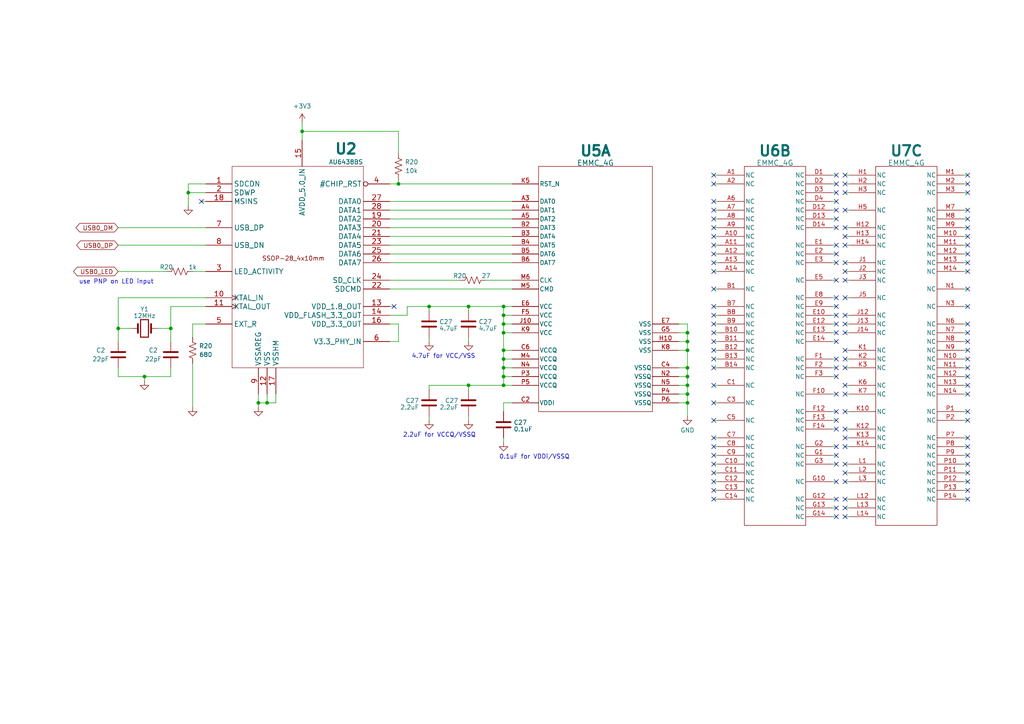
<source format=kicad_sch>
(kicad_sch (version 20230121) (generator eeschema)
  (paper "A4")
  (junction (at 199.39 111.76))
  (junction (at 41.91 109.22))
  (junction (at 146.05 101.6))
  (junction (at 49.53 95.25))
  (junction (at 146.05 96.52))
  (junction (at 87.63 38.1))
  (junction (at 115.57 53.34))
  (junction (at 199.39 116.84))
  (junction (at 199.39 106.68))
  (junction (at 74.93 116.84))
  (junction (at 146.05 88.9))
  (junction (at 135.89 111.76))
  (junction (at 199.39 96.52))
  (junction (at 77.47 116.84))
  (junction (at 135.89 88.9))
  (junction (at 146.05 111.76))
  (junction (at 54.61 55.88))
  (junction (at 146.05 109.22))
  (junction (at 199.39 114.3))
  (junction (at 199.39 109.22))
  (junction (at 34.29 95.25))
  (junction (at 124.46 88.9))
  (junction (at 199.39 99.06))
  (junction (at 146.05 104.14))
  (junction (at 199.39 101.6))
  (junction (at 146.05 93.98))
  (junction (at 146.05 106.68))
  (junction (at 146.05 91.44))
  (no_connect (at 280.67 55.88))
  (no_connect (at 242.57 121.92))
  (no_connect (at 242.57 124.46))
  (no_connect (at 242.57 139.7))
  (no_connect (at 280.67 114.3))
  (no_connect (at 114.3 88.9))
  (no_connect (at 280.67 78.74))
  (no_connect (at 245.11 76.2))
  (no_connect (at 207.01 99.06))
  (no_connect (at 242.57 50.8))
  (no_connect (at 280.67 109.22))
  (no_connect (at 207.01 96.52))
  (no_connect (at 242.57 93.98))
  (no_connect (at 280.67 106.68))
  (no_connect (at 242.57 91.44))
  (no_connect (at 280.67 139.7))
  (no_connect (at 245.11 106.68))
  (no_connect (at 245.11 66.04))
  (no_connect (at 245.11 149.86))
  (no_connect (at 280.67 63.5))
  (no_connect (at 242.57 81.28))
  (no_connect (at 207.01 83.82))
  (no_connect (at 242.57 63.5))
  (no_connect (at 242.57 132.08))
  (no_connect (at 280.67 101.6))
  (no_connect (at 280.67 76.2))
  (no_connect (at 280.67 88.9))
  (no_connect (at 280.67 53.34))
  (no_connect (at 207.01 132.08))
  (no_connect (at 242.57 60.96))
  (no_connect (at 242.57 109.22))
  (no_connect (at 280.67 71.12))
  (no_connect (at 207.01 50.8))
  (no_connect (at 245.11 53.34))
  (no_connect (at 207.01 78.74))
  (no_connect (at 280.67 66.04))
  (no_connect (at 207.01 73.66))
  (no_connect (at 242.57 106.68))
  (no_connect (at 280.67 132.08))
  (no_connect (at 245.11 134.62))
  (no_connect (at 242.57 71.12))
  (no_connect (at 207.01 71.12))
  (no_connect (at 280.67 144.78))
  (no_connect (at 242.57 53.34))
  (no_connect (at 207.01 144.78))
  (no_connect (at 207.01 111.76))
  (no_connect (at 245.11 127))
  (no_connect (at 207.01 53.34))
  (no_connect (at 207.01 76.2))
  (no_connect (at 245.11 55.88))
  (no_connect (at 242.57 66.04))
  (no_connect (at 207.01 93.98))
  (no_connect (at 280.67 127))
  (no_connect (at 207.01 127))
  (no_connect (at 280.67 121.92))
  (no_connect (at 245.11 124.46))
  (no_connect (at 280.67 68.58))
  (no_connect (at 242.57 134.62))
  (no_connect (at 245.11 114.3))
  (no_connect (at 242.57 119.38))
  (no_connect (at 280.67 129.54))
  (no_connect (at 207.01 91.44))
  (no_connect (at 207.01 88.9))
  (no_connect (at 242.57 147.32))
  (no_connect (at 245.11 60.96))
  (no_connect (at 245.11 119.38))
  (no_connect (at 245.11 96.52))
  (no_connect (at 280.67 99.06))
  (no_connect (at 245.11 147.32))
  (no_connect (at 245.11 50.8))
  (no_connect (at 242.57 104.14))
  (no_connect (at 245.11 137.16))
  (no_connect (at 245.11 129.54))
  (no_connect (at 280.67 83.82))
  (no_connect (at 207.01 60.96))
  (no_connect (at 280.67 119.38))
  (no_connect (at 242.57 86.36))
  (no_connect (at 280.67 60.96))
  (no_connect (at 207.01 104.14))
  (no_connect (at 280.67 137.16))
  (no_connect (at 207.01 142.24))
  (no_connect (at 245.11 91.44))
  (no_connect (at 207.01 58.42))
  (no_connect (at 280.67 93.98))
  (no_connect (at 245.11 71.12))
  (no_connect (at 242.57 73.66))
  (no_connect (at 207.01 101.6))
  (no_connect (at 242.57 58.42))
  (no_connect (at 242.57 99.06))
  (no_connect (at 207.01 66.04))
  (no_connect (at 245.11 93.98))
  (no_connect (at 207.01 139.7))
  (no_connect (at 207.01 137.16))
  (no_connect (at 245.11 68.58))
  (no_connect (at 207.01 63.5))
  (no_connect (at 207.01 129.54))
  (no_connect (at 245.11 101.6))
  (no_connect (at 245.11 86.36))
  (no_connect (at 245.11 81.28))
  (no_connect (at 245.11 104.14))
  (no_connect (at 207.01 134.62))
  (no_connect (at 207.01 68.58))
  (no_connect (at 242.57 114.3))
  (no_connect (at 242.57 76.2))
  (no_connect (at 207.01 106.68))
  (no_connect (at 280.67 134.62))
  (no_connect (at 245.11 139.7))
  (no_connect (at 242.57 55.88))
  (no_connect (at 280.67 73.66))
  (no_connect (at 242.57 96.52))
  (no_connect (at 245.11 111.76))
  (no_connect (at 280.67 111.76))
  (no_connect (at 245.11 144.78))
  (no_connect (at 242.57 149.86))
  (no_connect (at 280.67 104.14))
  (no_connect (at 242.57 129.54))
  (no_connect (at 242.57 88.9))
  (no_connect (at 280.67 96.52))
  (no_connect (at 207.01 121.92))
  (no_connect (at 58.42 58.42))
  (no_connect (at 245.11 78.74))
  (no_connect (at 280.67 142.24))
  (no_connect (at 207.01 116.84))
  (no_connect (at 242.57 144.78))
  (no_connect (at 280.67 50.8))
  (wire (pts (xy 113.03 93.98) (xy 115.57 93.98)))
  (wire (pts (xy 246.38 86.36) (xy 245.11 86.36)))
  (wire (pts (xy 34.29 109.22) (xy 34.29 106.68)))
  (wire (pts (xy 241.3 71.12) (xy 242.57 71.12)))
  (wire (pts (xy 199.39 109.22) (xy 199.39 111.76)))
  (wire (pts (xy 241.3 76.2) (xy 242.57 76.2)))
  (wire (pts (xy 113.03 53.34) (xy 115.57 53.34)))
  (wire (pts (xy 124.46 88.9) (xy 124.46 90.17)))
  (wire (pts (xy 146.05 116.84) (xy 146.05 119.38)))
  (wire (pts (xy 208.28 142.24) (xy 207.01 142.24)))
  (wire (pts (xy 113.03 63.5) (xy 148.59 63.5)))
  (wire (pts (xy 146.05 101.6) (xy 148.59 101.6)))
  (wire (pts (xy 146.05 93.98) (xy 146.05 91.44)))
  (wire (pts (xy 199.39 93.98) (xy 199.39 96.52)))
  (wire (pts (xy 196.85 96.52) (xy 199.39 96.52)))
  (wire (pts (xy 279.4 104.14) (xy 280.67 104.14)))
  (wire (pts (xy 135.89 111.76) (xy 135.89 113.03)))
  (wire (pts (xy 246.38 104.14) (xy 245.11 104.14)))
  (wire (pts (xy 196.85 111.76) (xy 199.39 111.76)))
  (wire (pts (xy 80.01 116.84) (xy 77.47 116.84)))
  (wire (pts (xy 59.69 71.12) (xy 34.29 71.12)))
  (wire (pts (xy 241.3 119.38) (xy 242.57 119.38)))
  (wire (pts (xy 246.38 127) (xy 245.11 127)))
  (wire (pts (xy 146.05 91.44) (xy 148.59 91.44)))
  (wire (pts (xy 241.3 96.52) (xy 242.57 96.52)))
  (wire (pts (xy 246.38 60.96) (xy 245.11 60.96)))
  (wire (pts (xy 196.85 116.84) (xy 199.39 116.84)))
  (wire (pts (xy 246.38 106.68) (xy 245.11 106.68)))
  (wire (pts (xy 208.28 58.42) (xy 207.01 58.42)))
  (wire (pts (xy 208.28 101.6) (xy 207.01 101.6)))
  (wire (pts (xy 241.3 144.78) (xy 242.57 144.78)))
  (wire (pts (xy 196.85 93.98) (xy 199.39 93.98)))
  (wire (pts (xy 246.38 91.44) (xy 245.11 91.44)))
  (wire (pts (xy 208.28 88.9) (xy 207.01 88.9)))
  (wire (pts (xy 115.57 99.06) (xy 113.03 99.06)))
  (wire (pts (xy 279.4 55.88) (xy 280.67 55.88)))
  (wire (pts (xy 279.4 53.34) (xy 280.67 53.34)))
  (wire (pts (xy 246.38 76.2) (xy 245.11 76.2)))
  (wire (pts (xy 59.69 93.98) (xy 55.88 93.98)))
  (wire (pts (xy 241.3 121.92) (xy 242.57 121.92)))
  (wire (pts (xy 41.91 110.49) (xy 41.91 109.22)))
  (wire (pts (xy 115.57 44.45) (xy 115.57 38.1)))
  (wire (pts (xy 54.61 53.34) (xy 54.61 55.88)))
  (wire (pts (xy 113.03 66.04) (xy 148.59 66.04)))
  (wire (pts (xy 199.39 116.84) (xy 199.39 120.65)))
  (wire (pts (xy 208.28 83.82) (xy 207.01 83.82)))
  (wire (pts (xy 246.38 144.78) (xy 245.11 144.78)))
  (wire (pts (xy 146.05 101.6) (xy 146.05 96.52)))
  (wire (pts (xy 241.3 58.42) (xy 242.57 58.42)))
  (wire (pts (xy 208.28 104.14) (xy 207.01 104.14)))
  (wire (pts (xy 113.03 88.9) (xy 114.3 88.9)))
  (wire (pts (xy 208.28 127) (xy 207.01 127)))
  (wire (pts (xy 59.69 53.34) (xy 54.61 53.34)))
  (wire (pts (xy 241.3 104.14) (xy 242.57 104.14)))
  (wire (pts (xy 146.05 88.9) (xy 148.59 88.9)))
  (wire (pts (xy 208.28 76.2) (xy 207.01 76.2)))
  (wire (pts (xy 279.4 137.16) (xy 280.67 137.16)))
  (wire (pts (xy 146.05 104.14) (xy 146.05 101.6)))
  (wire (pts (xy 49.53 88.9) (xy 59.69 88.9)))
  (wire (pts (xy 34.29 78.74) (xy 48.26 78.74)))
  (wire (pts (xy 246.38 111.76) (xy 245.11 111.76)))
  (wire (pts (xy 41.91 109.22) (xy 49.53 109.22)))
  (wire (pts (xy 208.28 63.5) (xy 207.01 63.5)))
  (wire (pts (xy 135.89 99.06) (xy 135.89 97.79)))
  (wire (pts (xy 74.93 114.3) (xy 74.93 116.84)))
  (wire (pts (xy 115.57 53.34) (xy 148.59 53.34)))
  (wire (pts (xy 199.39 106.68) (xy 199.39 109.22)))
  (wire (pts (xy 279.4 68.58) (xy 280.67 68.58)))
  (wire (pts (xy 241.3 124.46) (xy 242.57 124.46)))
  (wire (pts (xy 55.88 93.98) (xy 55.88 97.79)))
  (wire (pts (xy 279.4 96.52) (xy 280.67 96.52)))
  (wire (pts (xy 241.3 53.34) (xy 242.57 53.34)))
  (wire (pts (xy 199.39 114.3) (xy 199.39 116.84)))
  (wire (pts (xy 124.46 99.06) (xy 124.46 97.79)))
  (wire (pts (xy 246.38 66.04) (xy 245.11 66.04)))
  (wire (pts (xy 199.39 111.76) (xy 199.39 114.3)))
  (wire (pts (xy 148.59 116.84) (xy 146.05 116.84)))
  (wire (pts (xy 113.03 73.66) (xy 148.59 73.66)))
  (wire (pts (xy 54.61 55.88) (xy 54.61 59.69)))
  (wire (pts (xy 59.69 55.88) (xy 54.61 55.88)))
  (wire (pts (xy 148.59 111.76) (xy 146.05 111.76)))
  (wire (pts (xy 246.38 96.52) (xy 245.11 96.52)))
  (wire (pts (xy 208.28 50.8) (xy 207.01 50.8)))
  (wire (pts (xy 140.97 81.28) (xy 148.59 81.28)))
  (wire (pts (xy 208.28 121.92) (xy 207.01 121.92)))
  (wire (pts (xy 279.4 93.98) (xy 280.67 93.98)))
  (wire (pts (xy 196.85 101.6) (xy 199.39 101.6)))
  (wire (pts (xy 241.3 109.22) (xy 242.57 109.22)))
  (wire (pts (xy 241.3 88.9) (xy 242.57 88.9)))
  (wire (pts (xy 241.3 50.8) (xy 242.57 50.8)))
  (wire (pts (xy 246.38 71.12) (xy 245.11 71.12)))
  (wire (pts (xy 135.89 111.76) (xy 124.46 111.76)))
  (wire (pts (xy 146.05 106.68) (xy 146.05 104.14)))
  (wire (pts (xy 246.38 134.62) (xy 245.11 134.62)))
  (wire (pts (xy 146.05 91.44) (xy 146.05 88.9)))
  (wire (pts (xy 241.3 134.62) (xy 242.57 134.62)))
  (wire (pts (xy 77.47 116.84) (xy 74.93 116.84)))
  (wire (pts (xy 246.38 124.46) (xy 245.11 124.46)))
  (wire (pts (xy 246.38 93.98) (xy 245.11 93.98)))
  (wire (pts (xy 146.05 96.52) (xy 146.05 93.98)))
  (wire (pts (xy 279.4 78.74) (xy 280.67 78.74)))
  (wire (pts (xy 246.38 50.8) (xy 245.11 50.8)))
  (wire (pts (xy 55.88 78.74) (xy 59.69 78.74)))
  (wire (pts (xy 246.38 53.34) (xy 245.11 53.34)))
  (wire (pts (xy 208.28 99.06) (xy 207.01 99.06)))
  (wire (pts (xy 34.29 86.36) (xy 59.69 86.36)))
  (wire (pts (xy 146.05 96.52) (xy 148.59 96.52)))
  (wire (pts (xy 49.53 106.68) (xy 49.53 109.22)))
  (wire (pts (xy 241.3 55.88) (xy 242.57 55.88)))
  (wire (pts (xy 208.28 93.98) (xy 207.01 93.98)))
  (wire (pts (xy 113.03 76.2) (xy 148.59 76.2)))
  (wire (pts (xy 146.05 93.98) (xy 148.59 93.98)))
  (wire (pts (xy 279.4 129.54) (xy 280.67 129.54)))
  (wire (pts (xy 113.03 68.58) (xy 148.59 68.58)))
  (wire (pts (xy 135.89 88.9) (xy 146.05 88.9)))
  (wire (pts (xy 146.05 111.76) (xy 146.05 109.22)))
  (wire (pts (xy 113.03 71.12) (xy 148.59 71.12)))
  (wire (pts (xy 196.85 109.22) (xy 199.39 109.22)))
  (wire (pts (xy 279.4 99.06) (xy 280.67 99.06)))
  (wire (pts (xy 115.57 52.07) (xy 115.57 53.34)))
  (wire (pts (xy 241.3 73.66) (xy 242.57 73.66)))
  (wire (pts (xy 279.4 111.76) (xy 280.67 111.76)))
  (wire (pts (xy 279.4 73.66) (xy 280.67 73.66)))
  (wire (pts (xy 199.39 96.52) (xy 199.39 99.06)))
  (wire (pts (xy 279.4 50.8) (xy 280.67 50.8)))
  (wire (pts (xy 208.28 144.78) (xy 207.01 144.78)))
  (wire (pts (xy 241.3 106.68) (xy 242.57 106.68)))
  (wire (pts (xy 241.3 132.08) (xy 242.57 132.08)))
  (wire (pts (xy 279.4 132.08) (xy 280.67 132.08)))
  (wire (pts (xy 115.57 38.1) (xy 87.63 38.1)))
  (wire (pts (xy 74.93 116.84) (xy 74.93 118.11)))
  (wire (pts (xy 241.3 114.3) (xy 242.57 114.3)))
  (wire (pts (xy 241.3 149.86) (xy 242.57 149.86)))
  (wire (pts (xy 208.28 91.44) (xy 207.01 91.44)))
  (wire (pts (xy 279.4 83.82) (xy 280.67 83.82)))
  (wire (pts (xy 279.4 76.2) (xy 280.67 76.2)))
  (wire (pts (xy 279.4 119.38) (xy 280.67 119.38)))
  (wire (pts (xy 246.38 78.74) (xy 245.11 78.74)))
  (wire (pts (xy 208.28 78.74) (xy 207.01 78.74)))
  (wire (pts (xy 246.38 137.16) (xy 245.11 137.16)))
  (wire (pts (xy 118.11 88.9) (xy 124.46 88.9)))
  (wire (pts (xy 279.4 106.68) (xy 280.67 106.68)))
  (wire (pts (xy 279.4 114.3) (xy 280.67 114.3)))
  (wire (pts (xy 279.4 142.24) (xy 280.67 142.24)))
  (wire (pts (xy 113.03 58.42) (xy 148.59 58.42)))
  (wire (pts (xy 208.28 139.7) (xy 207.01 139.7)))
  (wire (pts (xy 124.46 88.9) (xy 135.89 88.9)))
  (wire (pts (xy 279.4 139.7) (xy 280.67 139.7)))
  (wire (pts (xy 241.3 66.04) (xy 242.57 66.04)))
  (wire (pts (xy 241.3 86.36) (xy 242.57 86.36)))
  (wire (pts (xy 208.28 66.04) (xy 207.01 66.04)))
  (wire (pts (xy 49.53 95.25) (xy 49.53 99.06)))
  (wire (pts (xy 115.57 93.98) (xy 115.57 99.06)))
  (wire (pts (xy 208.28 60.96) (xy 207.01 60.96)))
  (wire (pts (xy 124.46 111.76) (xy 124.46 113.03)))
  (wire (pts (xy 241.3 63.5) (xy 242.57 63.5)))
  (wire (pts (xy 146.05 106.68) (xy 148.59 106.68)))
  (wire (pts (xy 34.29 86.36) (xy 34.29 95.25)))
  (wire (pts (xy 113.03 81.28) (xy 133.35 81.28)))
  (wire (pts (xy 113.03 91.44) (xy 118.11 91.44)))
  (wire (pts (xy 246.38 55.88) (xy 245.11 55.88)))
  (wire (pts (xy 199.39 99.06) (xy 199.39 101.6)))
  (wire (pts (xy 208.28 96.52) (xy 207.01 96.52)))
  (wire (pts (xy 146.05 109.22) (xy 146.05 106.68)))
  (wire (pts (xy 208.28 53.34) (xy 207.01 53.34)))
  (wire (pts (xy 135.89 88.9) (xy 135.89 90.17)))
  (wire (pts (xy 279.4 60.96) (xy 280.67 60.96)))
  (wire (pts (xy 208.28 106.68) (xy 207.01 106.68)))
  (wire (pts (xy 241.3 93.98) (xy 242.57 93.98)))
  (wire (pts (xy 241.3 60.96) (xy 242.57 60.96)))
  (wire (pts (xy 279.4 101.6) (xy 280.67 101.6)))
  (wire (pts (xy 279.4 144.78) (xy 280.67 144.78)))
  (wire (pts (xy 241.3 99.06) (xy 242.57 99.06)))
  (wire (pts (xy 246.38 81.28) (xy 245.11 81.28)))
  (wire (pts (xy 77.47 114.3) (xy 77.47 116.84)))
  (wire (pts (xy 279.4 134.62) (xy 280.67 134.62)))
  (wire (pts (xy 208.28 129.54) (xy 207.01 129.54)))
  (wire (pts (xy 246.38 149.86) (xy 245.11 149.86)))
  (wire (pts (xy 55.88 105.41) (xy 55.88 118.11)))
  (wire (pts (xy 208.28 68.58) (xy 207.01 68.58)))
  (wire (pts (xy 241.3 81.28) (xy 242.57 81.28)))
  (wire (pts (xy 279.4 71.12) (xy 280.67 71.12)))
  (wire (pts (xy 49.53 88.9) (xy 49.53 95.25)))
  (wire (pts (xy 196.85 106.68) (xy 199.39 106.68)))
  (wire (pts (xy 279.4 88.9) (xy 280.67 88.9)))
  (wire (pts (xy 87.63 35.56) (xy 87.63 38.1)))
  (wire (pts (xy 279.4 109.22) (xy 280.67 109.22)))
  (wire (pts (xy 279.4 121.92) (xy 280.67 121.92)))
  (wire (pts (xy 80.01 114.3) (xy 80.01 116.84)))
  (wire (pts (xy 146.05 128.27) (xy 146.05 127)))
  (wire (pts (xy 41.91 109.22) (xy 34.29 109.22)))
  (wire (pts (xy 196.85 99.06) (xy 199.39 99.06)))
  (wire (pts (xy 34.29 95.25) (xy 38.1 95.25)))
  (wire (pts (xy 246.38 114.3) (xy 245.11 114.3)))
  (wire (pts (xy 246.38 139.7) (xy 245.11 139.7)))
  (wire (pts (xy 59.69 66.04) (xy 34.29 66.04)))
  (wire (pts (xy 241.3 139.7) (xy 242.57 139.7)))
  (wire (pts (xy 279.4 63.5) (xy 280.67 63.5)))
  (wire (pts (xy 208.28 134.62) (xy 207.01 134.62)))
  (wire (pts (xy 113.03 60.96) (xy 148.59 60.96)))
  (wire (pts (xy 246.38 68.58) (xy 245.11 68.58)))
  (wire (pts (xy 146.05 111.76) (xy 135.89 111.76)))
  (wire (pts (xy 124.46 121.92) (xy 124.46 120.65)))
  (wire (pts (xy 279.4 66.04) (xy 280.67 66.04)))
  (wire (pts (xy 135.89 121.92) (xy 135.89 120.65)))
  (wire (pts (xy 208.28 73.66) (xy 207.01 73.66)))
  (wire (pts (xy 196.85 114.3) (xy 199.39 114.3)))
  (wire (pts (xy 59.69 58.42) (xy 58.42 58.42)))
  (wire (pts (xy 246.38 119.38) (xy 245.11 119.38)))
  (wire (pts (xy 208.28 71.12) (xy 207.01 71.12)))
  (wire (pts (xy 34.29 95.25) (xy 34.29 99.06)))
  (wire (pts (xy 113.03 83.82) (xy 148.59 83.82)))
  (wire (pts (xy 118.11 91.44) (xy 118.11 88.9)))
  (wire (pts (xy 241.3 129.54) (xy 242.57 129.54)))
  (wire (pts (xy 45.72 95.25) (xy 49.53 95.25)))
  (wire (pts (xy 246.38 101.6) (xy 245.11 101.6)))
  (wire (pts (xy 208.28 132.08) (xy 207.01 132.08)))
  (wire (pts (xy 246.38 147.32) (xy 245.11 147.32)))
  (wire (pts (xy 208.28 116.84) (xy 207.01 116.84)))
  (wire (pts (xy 246.38 129.54) (xy 245.11 129.54)))
  (wire (pts (xy 241.3 147.32) (xy 242.57 147.32)))
  (wire (pts (xy 279.4 127) (xy 280.67 127)))
  (wire (pts (xy 87.63 38.1) (xy 87.63 40.64)))
  (wire (pts (xy 146.05 109.22) (xy 148.59 109.22)))
  (wire (pts (xy 208.28 137.16) (xy 207.01 137.16)))
  (wire (pts (xy 199.39 101.6) (xy 199.39 106.68)))
  (wire (pts (xy 241.3 91.44) (xy 242.57 91.44)))
  (wire (pts (xy 208.28 111.76) (xy 207.01 111.76)))
  (wire (pts (xy 146.05 104.14) (xy 148.59 104.14)))
  (text "4.7uF for VCC/VSS" (at 119.38 104.14 0) (effects (font (size 1.27 1.27)) (justify left bottom)))
  (text "0.1uF for VDDi/VSSQ" (at 144.78 133.35 0) (effects (font (size 1.27 1.27)) (justify left bottom)))
  (text "use PNP on LED input" (at 22.86 82.55 0) (effects (font (size 1.27 1.27)) (justify left bottom)))
  (text "2.2uF for VCCQ/VSSQ" (at 116.84 127 0) (effects (font (size 1.27 1.27)) (justify left bottom)))
  (global_label "USB0_LED" (shape bidirectional) (at 34.29 78.74 180) (property "Intersheetrefs" "${INTERSHEET_REFS}" (at 20.8387 78.74 0) (effects (justify right))))
  (global_label "USB0_DP" (shape bidirectional) (at 34.29 71.12 180) (property "Intersheetrefs" "${INTERSHEET_REFS}" (at 21.7458 71.12 0) (effects (justify right))))
  (global_label "USB0_DM" (shape bidirectional) (at 34.29 66.04 180) (property "Intersheetrefs" "${INTERSHEET_REFS}" (at 21.5644 66.04 0) (effects (justify right))))
  (symbol (lib_id "power:GND") (at 124.46 99.06 0) (unit 1)
    (property "Reference" "#PWR044" (effects hide))
    (property "Value" "GND" (effects hide))
    (instances (project "html_accelerator" (path "" (reference "#PWR044") (unit 1)) (path "" (reference "#PWR068") (unit 1)) (path "" (reference "#PWR082") (unit 1)) (path "" (reference "#PWR093") (unit 1)) (path "" (reference "#PWR0104") (unit 1))))
  )
  (symbol (lib_id "power:GND") (at 54.61 59.69 0) (unit 1)
    (property "Reference" "#PWR012" (effects hide))
    (property "Value" "GND" (effects hide))
    (instances (project "html_accelerator" (path "" (reference "#PWR012") (unit 1)) (path "" (reference "#PWR056") (unit 1)) (path "" (reference "#PWR067") (unit 1)) (path "" (reference "#PWR078") (unit 1)) (path "" (reference "#PWR089") (unit 1)) (path "" (reference "#PWR0100") (unit 1))))
  )
  (symbol (lib_id "power:GND") (at 55.88 118.11 0) (unit 1)
    (property "Reference" "#PWR012" (effects hide))
    (property "Value" "GND" (effects hide))
    (instances (project "html_accelerator" (path "" (reference "#PWR012") (unit 1)) (path "" (reference "#PWR057") (unit 1)) (path "" (reference "#PWR071") (unit 1)) (path "" (reference "#PWR079") (unit 1)) (path "" (reference "#PWR090") (unit 1)) (path "" (reference "#PWR0101") (unit 1))))
  )
  (symbol (lib_id "Device:R_US") (at 115.57 48.26 0) (unit 1)
    (property "Reference" "R20" (at 119.38 46.99 0))
    (property "Value" "10k" (at 119.38 49.53 0))
    (property "Footprint" "Resistor_SMD:R_0805_2012Metric_Pad1.20x1.40mm_HandSolder" (effects hide))
    (instances (project "html_accelerator" (path "" (reference "R20") (unit 1)) (path "" (reference "R3") (unit 1)) (path "" (reference "R12") (unit 1)) (path "" (reference "R31") (unit 1)) (path "" (reference "R42") (unit 1)) (path "" (reference "R46") (unit 1)) (path "" (reference "R50") (unit 1)) (path "" (reference "R54") (unit 1))))
  )
  (symbol (lib_id "power:GND") (at 135.89 99.06 0) (unit 1)
    (property "Reference" "#PWR044" (effects hide))
    (property "Value" "GND" (effects hide))
    (instances (project "html_accelerator" (path "" (reference "#PWR044") (unit 1)) (path "" (reference "#PWR069") (unit 1)) (path "" (reference "#PWR084") (unit 1)) (path "" (reference "#PWR095") (unit 1)) (path "" (reference "#PWR0106") (unit 1))))
  )
  (symbol (lib_name "EMMC_4G_1") (lib_id "html_accel_Symbols:EMMC_4G") (at 148.59 53.34 0) (unit 1)
    (property "Reference" "U5" (at 172.72 43.754 0) (effects (font (size 3 3) bold)))
    (property "Value" "EMMC_4G" (at 172.72 47.2581 0) (effects (font (size 1.524 1.524))))
    (property "Footprint" "html_accel_footprints:EMMC04G-M627-X03U_KNT" (effects hide))
    (property "Datasheet" "EMMC04G-MK27-C01C" (effects hide))
    (instances (project "html_accelerator" (path "" (reference "U5") (unit 1)) (path "" (reference "U4") (unit 1)) (path "" (reference "U5") (unit 1)) (path "" (reference "U9") (unit 1))))
  )
  (symbol (lib_id "power:GND") (at 74.93 118.11 0) (unit 1)
    (property "Reference" "#PWR012" (effects hide))
    (property "Value" "GND" (effects hide))
    (instances (project "html_accelerator" (path "" (reference "#PWR012") (unit 1)) (path "" (reference "#PWR056") (unit 1)) (path "" (reference "#PWR072") (unit 1)) (path "" (reference "#PWR080") (unit 1)) (path "" (reference "#PWR091") (unit 1)) (path "" (reference "#PWR0102") (unit 1))))
  )
  (symbol (lib_id "html_accel_Symbols:EMMC_4G") (at 208.28 53.34 0) (unit 2)
    (property "Reference" "U6" (at 224.79 43.754 0) (effects (font (size 3 3) bold)))
    (property "Value" "EMMC_4G" (at 224.79 47.2581 0) (effects (font (size 1.524 1.524))))
    (property "Footprint" "html_accel_footprints:EMMC04G-M627-X03U_KNT" (effects hide))
    (property "Datasheet" "EMMC04G-MK27-C01C" (effects hide))
    (instances (project "html_accelerator" (path "" (reference "U6") (unit 2)) (path "" (reference "U3") (unit 2)) (path "" (reference "U5") (unit 2)) (path "" (reference "U9") (unit 2))))
  )
  (symbol (lib_id "Device:R_US") (at 55.88 101.6 0) (unit 1)
    (property "Reference" "R20" (at 59.69 100.33 0))
    (property "Value" "680" (at 59.69 102.87 0))
    (property "Footprint" "Resistor_SMD:R_0805_2012Metric_Pad1.20x1.40mm_HandSolder" (effects hide))
    (property "Datasheet" "1%" (effects hide))
    (instances (project "html_accelerator" (path "" (reference "R20") (unit 1)) (path "" (reference "R3") (unit 1)) (path "" (reference "R12") (unit 1)) (path "" (reference "R31") (unit 1)) (path "" (reference "R45") (unit 1)) (path "" (reference "R45") (unit 1)) (path "" (reference "R49") (unit 1)) (path "" (reference "R53") (unit 1))))
  )
  (symbol (lib_id "Device:C") (at 49.53 102.87 0) (mirror y) (unit 1)
    (property "Reference" "C2" (at 44.45 101.6 0))
    (property "Value" "22pF" (at 44.45 104.14 0))
    (property "Footprint" "Capacitor_SMD:C_0805_2012Metric_Pad1.18x1.45mm_HandSolder" (effects hide))
    (property "Datasheet" "5% Tolerance" (effects hide))
    (instances (project "html_accelerator" (path "" (reference "C2") (unit 1)) (path "" (reference "C34") (unit 1)) (path "" (reference "C41") (unit 1)) (path "" (reference "C46") (unit 1)) (path "" (reference "C53") (unit 1)) (path "" (reference "C60") (unit 1))))
  )
  (symbol (lib_id "power:GND") (at 41.91 110.49 0) (unit 1)
    (property "Reference" "#PWR012" (effects hide))
    (property "Value" "GND" (effects hide))
    (instances (project "html_accelerator" (path "" (reference "#PWR012") (unit 1)) (path "" (reference "#PWR057") (unit 1)) (path "" (reference "#PWR070") (unit 1)) (path "" (reference "#PWR077") (unit 1)) (path "" (reference "#PWR088") (unit 1)) (path "" (reference "#PWR099") (unit 1))))
  )
  (symbol (lib_id "power:GND") (at 135.89 121.92 0) (unit 1)
    (property "Reference" "#PWR044" (effects hide))
    (property "Value" "GND" (effects hide))
    (instances (project "html_accelerator" (path "" (reference "#PWR044") (unit 1)) (path "" (reference "#PWR075") (unit 1)) (path "" (reference "#PWR085") (unit 1)) (path "" (reference "#PWR096") (unit 1)) (path "" (reference "#PWR0107") (unit 1))))
  )
  (symbol (lib_id "Device:C") (at 34.29 102.87 0) (mirror y) (unit 1)
    (property "Reference" "C2" (at 29.21 101.6 0))
    (property "Value" "22pF" (at 29.21 104.14 0))
    (property "Footprint" "Capacitor_SMD:C_0805_2012Metric_Pad1.18x1.45mm_HandSolder" (effects hide))
    (property "Datasheet" "5% tolerance" (effects hide))
    (instances (project "html_accelerator" (path "" (reference "C2") (unit 1)) (path "" (reference "C22") (unit 1)) (path "" (reference "C40") (unit 1)) (path "" (reference "C45") (unit 1)) (path "" (reference "C52") (unit 1)) (path "" (reference "C59") (unit 1))))
  )
  (symbol (lib_id "Device:C") (at 124.46 116.84 0) (mirror y) (unit 1)
    (property "Reference" "C27" (at 121.539 116.1963 0) (effects (justify left)))
    (property "Value" "2.2uF" (at 121.539 118.1173 0) (effects (justify left)))
    (property "Footprint" "Capacitor_SMD:C_0805_2012Metric_Pad1.18x1.45mm_HandSolder" (effects hide))
    (instances (project "html_accelerator" (path "" (reference "C27") (unit 1)) (path "" (reference "C42") (unit 1)) (path "" (reference "C48") (unit 1)) (path "" (reference "C55") (unit 1)) (path "" (reference "C62") (unit 1))))
  )
  (symbol (lib_id "Device:C") (at 135.89 116.84 0) (mirror y) (unit 1)
    (property "Reference" "C27" (at 132.969 116.1963 0) (effects (justify left)))
    (property "Value" "2.2uF" (at 132.969 118.1173 0) (effects (justify left)))
    (property "Footprint" "Capacitor_SMD:C_0805_2012Metric_Pad1.18x1.45mm_HandSolder" (effects hide))
    (instances (project "html_accelerator" (path "" (reference "C27") (unit 1)) (path "" (reference "C43") (unit 1)) (path "" (reference "C50") (unit 1)) (path "" (reference "C57") (unit 1)) (path "" (reference "C64") (unit 1))))
  )
  (symbol (lib_id "Device:C") (at 135.89 93.98 0) (unit 1)
    (property "Reference" "C27" (at 138.811 93.3363 0) (effects (justify left)))
    (property "Value" "4.7uF" (at 138.811 95.2573 0) (effects (justify left)))
    (property "Footprint" "Capacitor_SMD:C_0805_2012Metric_Pad1.18x1.45mm_HandSolder" (effects hide))
    (instances (project "html_accelerator" (path "" (reference "C27") (unit 1)) (path "" (reference "C39") (unit 1)) (path "" (reference "C49") (unit 1)) (path "" (reference "C56") (unit 1)) (path "" (reference "C63") (unit 1))))
  )
  (symbol (lib_id "Device:R_US") (at 52.07 78.74 90) (unit 1)
    (property "Reference" "R20" (at 48.26 77.47 90))
    (property "Value" "1k" (at 55.88 77.47 90))
    (property "Footprint" "Resistor_SMD:R_0805_2012Metric_Pad1.20x1.40mm_HandSolder" (effects hide))
    (property "Datasheet" "1%" (effects hide))
    (instances (project "html_accelerator" (path "" (reference "R20") (unit 1)) (path "" (reference "R3") (unit 1)) (path "" (reference "R43") (unit 1)) (path "" (reference "R44") (unit 1)) (path "" (reference "R48") (unit 1)) (path "" (reference "R52") (unit 1))))
  )
  (symbol (lib_id "power:+3V3") (at 87.63 35.56 0) (unit 1)
    (property "Reference" "#PWR03" (effects hide))
    (property "Value" "+5v_USB" (at 87.63 30.7881 0))
    (instances (project "html_accelerator" (path "" (reference "#PWR03") (unit 1)) (path "" (reference "#PWR014") (unit 1)) (path "" (reference "#PWR062") (unit 1)) (path "" (reference "#PWR066") (unit 1)) (path "" (reference "#PWR081") (unit 1)) (path "" (reference "#PWR092") (unit 1)) (path "" (reference "#PWR0103") (unit 1))))
  )
  (symbol (lib_id "Device:R_US") (at 137.16 81.28 90) (unit 1)
    (property "Reference" "R20" (at 133.35 80.01 90))
    (property "Value" "27" (at 140.97 80.01 90))
    (property "Footprint" "Resistor_SMD:R_0805_2012Metric_Pad1.20x1.40mm_HandSolder" (effects hide))
    (property "Datasheet" "1%" (effects hide))
    (instances (project "html_accelerator" (path "" (reference "R20") (unit 1)) (path "" (reference "R3") (unit 1)) (path "" (reference "R44") (unit 1)) (path "" (reference "R47") (unit 1)) (path "" (reference "R51") (unit 1)) (path "" (reference "R55") (unit 1))))
  )
  (symbol (lib_id "html_accel_Symbols:AU6438BS") (at 67.31 48.26 0) (unit 1)
    (property "Reference" "U2" (at 100.33 43.18 0) (effects (font (size 3 3) bold)))
    (property "Value" "AU6438BS" (at 100.33 46.99 0))
    (property "Footprint" "Package_SO:SSOP-28_3.9x9.9mm_P0.635mm" (effects hide))
    (instances (project "html_accelerator" (path "" (reference "U2") (unit 1)) (path "" (reference "U4") (unit 1)) (path "" (reference "U6") (unit 1)) (path "" (reference "U7") (unit 1)) (path "" (reference "U8") (unit 1))))
  )
  (symbol (lib_id "Device:C") (at 124.46 93.98 0) (unit 1)
    (property "Reference" "C27" (at 127.381 93.3363 0) (effects (justify left)))
    (property "Value" "4.7uF" (at 127.381 95.2573 0) (effects (justify left)))
    (property "Footprint" "Capacitor_SMD:C_0805_2012Metric_Pad1.18x1.45mm_HandSolder" (effects hide))
    (instances (project "html_accelerator" (path "" (reference "C27") (unit 1)) (path "" (reference "C38") (unit 1)) (path "" (reference "C47") (unit 1)) (path "" (reference "C54") (unit 1)) (path "" (reference "C61") (unit 1))))
  )
  (symbol (lib_id "power:GND") (at 124.46 121.92 0) (unit 1)
    (property "Reference" "#PWR044" (effects hide))
    (property "Value" "GND" (effects hide))
    (instances (project "html_accelerator" (path "" (reference "#PWR044") (unit 1)) (path "" (reference "#PWR074") (unit 1)) (path "" (reference "#PWR083") (unit 1)) (path "" (reference "#PWR094") (unit 1)) (path "" (reference "#PWR0105") (unit 1))))
  )
  (symbol (lib_id "power:GND") (at 146.05 128.27 0) (unit 1)
    (property "Reference" "#PWR044" (effects hide))
    (property "Value" "GND" (effects hide))
    (instances (project "html_accelerator" (path "" (reference "#PWR044") (unit 1)) (path "" (reference "#PWR076") (unit 1)) (path "" (reference "#PWR086") (unit 1)) (path "" (reference "#PWR097") (unit 1)) (path "" (reference "#PWR0108") (unit 1))))
  )
  (symbol (lib_id "power:GND") (at 199.39 120.65 0) (unit 1)
    (property "Reference" "#PWR012" (effects hide))
    (property "Value" "GND" (at 199.39 124.7855 0))
    (instances (project "html_accelerator" (path "" (reference "#PWR012") (unit 1)) (path "" (reference "#PWR056") (unit 1)) (path "" (reference "#PWR073") (unit 1)) (path "" (reference "#PWR087") (unit 1)) (path "" (reference "#PWR098") (unit 1)) (path "" (reference "#PWR0109") (unit 1))))
  )
  (symbol (lib_id "Device:C") (at 146.05 123.19 0) (unit 1)
    (property "Reference" "C27" (at 148.971 122.5463 0) (effects (justify left)))
    (property "Value" "0.1uF" (at 148.971 124.4673 0) (effects (justify left)))
    (property "Footprint" "Capacitor_SMD:C_0805_2012Metric_Pad1.18x1.45mm_HandSolder" (effects hide))
    (instances (project "html_accelerator" (path "" (reference "C27") (unit 1)) (path "" (reference "C44") (unit 1)) (path "" (reference "C51") (unit 1)) (path "" (reference "C58") (unit 1)) (path "" (reference "C65") (unit 1))))
  )
  (symbol (lib_id "Device:Crystal") (at 41.91 95.25 0) (unit 1)
    (property "Reference" "Y1" (at 41.91 89.6747 0))
    (property "Value" "12MHz" (at 41.91 91.5957 0))
    (property "Footprint" "Crystal:Crystal_SMD_HC49-SD" (effects hide))
    (property "Datasheet" "12M20P2/49SMT" (effects hide))
    (instances (project "html_accelerator" (path "" (reference "Y1") (unit 1)) (path "" (reference "Y2") (unit 1)) (path "" (reference "Y3") (unit 1)) (path "" (reference "Y4") (unit 1)) (path "" (reference "Y5") (unit 1))))
  )
  (symbol (lib_name "EMMC_4G_2") (lib_id "html_accel_Symbols:EMMC_4G") (at 246.38 53.34 0) (unit 3)
    (property "Reference" "U7" (at 262.89 43.754 0) (effects (font (size 3 3) bold)))
    (property "Value" "EMMC_4G" (at 262.89 47.2581 0) (effects (font (size 1.524 1.524))))
    (property "Footprint" "html_accel_footprints:EMMC04G-M627-X03U_KNT" (effects hide))
    (property "Datasheet" "EMMC04G-MK27-C01C" (effects hide))
    (instances (project "html_accelerator" (path "" (reference "U7") (unit 3)) (path "" (reference "U3") (unit 3)) (path "" (reference "U4") (unit 3)) (path "" (reference "U9") (unit 3))))
  )
)
</source>
